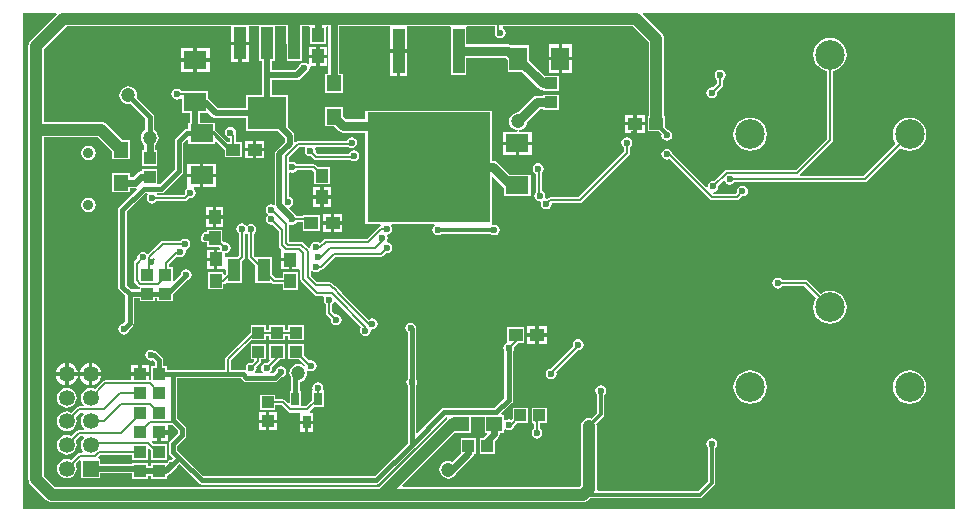
<source format=gbl>
G04 Layer_Physical_Order=2*
G04 Layer_Color=16711680*
%FSLAX43Y43*%
%MOMM*%
G71*
G01*
G75*
%ADD16R,1.000X1.000*%
%ADD17R,1.000X1.000*%
%ADD18R,1.000X1.150*%
%ADD19R,1.150X1.000*%
%ADD40C,0.200*%
%ADD41C,0.400*%
%ADD42C,0.300*%
%ADD43C,0.600*%
%ADD44C,0.800*%
%ADD45C,2.500*%
%ADD46C,0.900*%
%ADD47R,1.350X1.350*%
%ADD48C,1.350*%
%ADD49C,0.600*%
%ADD50C,1.200*%
%ADD51R,1.950X1.500*%
%ADD52R,1.500X1.950*%
%ADD53R,1.350X1.200*%
%ADD54R,1.200X1.350*%
%ADD55R,3.300X2.700*%
%ADD56R,1.000X2.700*%
%ADD57R,10.400X9.300*%
%ADD58R,1.000X3.800*%
%ADD59R,1.100X1.900*%
%ADD60R,0.650X1.100*%
%ADD61C,0.500*%
%ADD62C,1.000*%
G36*
X13493Y7021D02*
Y6779D01*
X12846Y6131D01*
X12768Y6015D01*
X12741Y5877D01*
Y5200D01*
X12768Y5062D01*
X12846Y4946D01*
X13092Y4700D01*
X12941Y4550D01*
X12823Y4526D01*
X12674Y4426D01*
X12623Y4350D01*
X12552Y4252D01*
X11248D01*
Y4010D01*
X10952D01*
Y4252D01*
X9648D01*
Y4210D01*
X6927D01*
Y4627D01*
X6782D01*
X6730Y4754D01*
X6918Y4943D01*
X9648D01*
Y4548D01*
X10952D01*
Y5462D01*
X11070Y5511D01*
X11248Y5333D01*
Y4548D01*
X12552D01*
Y5852D01*
X11456D01*
X11286Y6023D01*
X11338Y6150D01*
X11750D01*
Y6900D01*
X11900D01*
Y7050D01*
X12650D01*
Y7490D01*
X12948D01*
X13012Y7503D01*
X13493Y7021D01*
D02*
G37*
G36*
X79292Y408D02*
X408D01*
Y42392D01*
X3182D01*
X3235Y42265D01*
X1035Y40065D01*
X930Y39929D01*
X864Y39770D01*
X842Y39600D01*
Y32500D01*
Y2900D01*
X864Y2730D01*
X930Y2571D01*
X1035Y2435D01*
X2335Y1135D01*
X2471Y1030D01*
X2630Y964D01*
X2800Y942D01*
X47800D01*
X47970Y964D01*
X48129Y1030D01*
X48265Y1135D01*
X48422Y1292D01*
X57700D01*
X57700Y1292D01*
X57818Y1315D01*
X57918Y1382D01*
X58918Y2382D01*
X58918Y2382D01*
X58985Y2482D01*
X59008Y2600D01*
Y5562D01*
X59026Y5574D01*
X59126Y5723D01*
X59161Y5900D01*
X59126Y6077D01*
X59026Y6226D01*
X58877Y6326D01*
X58700Y6361D01*
X58523Y6326D01*
X58374Y6226D01*
X58274Y6077D01*
X58239Y5900D01*
X58274Y5723D01*
X58374Y5574D01*
X58392Y5562D01*
Y2728D01*
X57572Y1908D01*
X49059D01*
X48950Y2035D01*
X48958Y2100D01*
Y7400D01*
X48936Y7570D01*
X48927Y7591D01*
X49518Y8182D01*
X49518Y8182D01*
X49585Y8282D01*
X49608Y8400D01*
Y10062D01*
X49626Y10074D01*
X49726Y10223D01*
X49761Y10400D01*
X49726Y10577D01*
X49626Y10726D01*
X49477Y10826D01*
X49300Y10861D01*
X49123Y10826D01*
X48974Y10726D01*
X48874Y10577D01*
X48839Y10400D01*
X48874Y10223D01*
X48974Y10074D01*
X48992Y10062D01*
Y8528D01*
X48491Y8027D01*
X48470Y8036D01*
X48300Y8058D01*
X48130Y8036D01*
X47971Y7970D01*
X47835Y7865D01*
X47730Y7729D01*
X47664Y7570D01*
X47642Y7400D01*
Y2373D01*
X47527Y2258D01*
X32555D01*
X32506Y2375D01*
X36978Y6848D01*
X38327D01*
Y8193D01*
X39473D01*
Y6848D01*
X39629D01*
X39678Y6730D01*
X39374Y6426D01*
X39325Y6352D01*
X39048D01*
Y5048D01*
X40352D01*
Y6100D01*
X40626Y6374D01*
X40726Y6523D01*
X40761Y6700D01*
Y6848D01*
X41127D01*
Y7052D01*
X41254Y7120D01*
X41323Y7074D01*
X41500Y7039D01*
X41677Y7074D01*
X41826Y7174D01*
X41926Y7323D01*
X41936Y7372D01*
X42212Y7648D01*
X43152D01*
Y8952D01*
X41848D01*
Y8012D01*
X41728Y7892D01*
X41677Y7926D01*
X41500Y7961D01*
X41323Y7926D01*
X41254Y7880D01*
X41127Y7948D01*
Y8352D01*
X40926D01*
X40878Y8470D01*
X41754Y9346D01*
X41832Y9462D01*
X41859Y9600D01*
Y13723D01*
X41926Y13823D01*
X41961Y14000D01*
X41945Y14081D01*
X42282Y14418D01*
X42302Y14448D01*
X42827D01*
Y15752D01*
X41373D01*
Y14448D01*
X41340Y14429D01*
X41323Y14426D01*
X41174Y14326D01*
X41074Y14177D01*
X41039Y14000D01*
X41074Y13823D01*
X41141Y13723D01*
Y9749D01*
X40304Y8912D01*
X36052D01*
X35915Y8884D01*
X35798Y8806D01*
X33777Y6785D01*
X33659Y6833D01*
Y10823D01*
X33726Y10923D01*
X33761Y11100D01*
X33726Y11277D01*
X33659Y11377D01*
Y15600D01*
X33650Y15645D01*
X33661Y15700D01*
X33626Y15877D01*
X33526Y16026D01*
X33377Y16126D01*
X33200Y16161D01*
X33023Y16126D01*
X32874Y16026D01*
X32774Y15877D01*
X32739Y15700D01*
X32774Y15523D01*
X32874Y15374D01*
X32941Y15329D01*
Y11377D01*
X32874Y11277D01*
X32839Y11100D01*
X32874Y10923D01*
X32941Y10823D01*
Y5949D01*
X30151Y3159D01*
X15649D01*
X13954Y4854D01*
X13459Y5349D01*
Y5729D01*
X14106Y6376D01*
X14184Y6492D01*
X14212Y6630D01*
Y7170D01*
X14184Y7308D01*
X14106Y7424D01*
X13459Y8071D01*
Y11441D01*
X18851D01*
X19046Y11246D01*
X19163Y11168D01*
X19300Y11141D01*
X21700D01*
X21837Y11168D01*
X21954Y11246D01*
X22259Y11550D01*
X22377Y11574D01*
X22526Y11674D01*
X22626Y11823D01*
X22661Y12000D01*
X22626Y12177D01*
X22526Y12326D01*
X22377Y12426D01*
X22200Y12461D01*
X22023Y12426D01*
X21874Y12326D01*
X21774Y12177D01*
X21750Y12059D01*
X21551Y11859D01*
X21383D01*
X21349Y11928D01*
X21334Y11986D01*
X21426Y12123D01*
X21461Y12300D01*
X21445Y12381D01*
X22082Y13018D01*
X22102Y13048D01*
X22552D01*
Y14352D01*
X21248D01*
Y13048D01*
X21248D01*
X21287Y12951D01*
X21081Y12745D01*
X21000Y12761D01*
X20823Y12726D01*
X20674Y12626D01*
X20574Y12477D01*
X20539Y12300D01*
X20574Y12123D01*
X20666Y11986D01*
X20651Y11928D01*
X20617Y11859D01*
X20083D01*
X20049Y11928D01*
X20034Y11986D01*
X20126Y12123D01*
X20161Y12300D01*
X20145Y12381D01*
X20482Y12718D01*
X20538Y12802D01*
X20557Y12900D01*
Y13048D01*
X20952D01*
Y14352D01*
X19648D01*
Y13048D01*
X19904D01*
X19957Y12921D01*
X19781Y12745D01*
X19700Y12761D01*
X19523Y12726D01*
X19374Y12626D01*
X19274Y12477D01*
X19239Y12300D01*
X19258Y12204D01*
X19143Y12128D01*
X19138Y12132D01*
X19000Y12159D01*
X18007D01*
Y12943D01*
X19712Y14648D01*
X20952D01*
Y15043D01*
X21248D01*
Y14648D01*
X22552D01*
Y15043D01*
X22848D01*
Y14648D01*
X24152D01*
Y15952D01*
X22848D01*
Y15557D01*
X22552D01*
Y15952D01*
X21248D01*
Y15557D01*
X20952D01*
Y15952D01*
X19648D01*
Y15312D01*
X17568Y13232D01*
X17512Y13148D01*
X17493Y13050D01*
Y12159D01*
X12552D01*
Y12452D01*
X12259D01*
Y13000D01*
X12232Y13137D01*
X12154Y13254D01*
X11754Y13654D01*
X11637Y13732D01*
X11500Y13759D01*
X11482Y13756D01*
X11377Y13826D01*
X11200Y13861D01*
X11023Y13826D01*
X10874Y13726D01*
X10774Y13577D01*
X10739Y13400D01*
X10774Y13223D01*
X10874Y13074D01*
X11023Y12974D01*
X11200Y12939D01*
X11377Y12974D01*
X11401Y12990D01*
X11541Y12851D01*
Y12452D01*
X11248D01*
Y11392D01*
X11133Y11317D01*
X11050Y11359D01*
Y11650D01*
X10300D01*
X9550D01*
Y11257D01*
X7300D01*
X7202Y11238D01*
X7118Y11182D01*
X6476Y10540D01*
X6316Y10606D01*
X6100Y10635D01*
X5884Y10606D01*
X5683Y10523D01*
X5510Y10390D01*
X5377Y10217D01*
X5294Y10016D01*
X5265Y9800D01*
X5294Y9584D01*
X5377Y9383D01*
X5510Y9210D01*
X5543Y9184D01*
X5500Y9057D01*
X5100D01*
X5002Y9038D01*
X4918Y8982D01*
X4476Y8540D01*
X4316Y8606D01*
X4100Y8635D01*
X3884Y8606D01*
X3683Y8523D01*
X3510Y8390D01*
X3377Y8217D01*
X3294Y8016D01*
X3265Y7800D01*
X3294Y7584D01*
X3377Y7383D01*
X3510Y7210D01*
X3683Y7077D01*
X3884Y6994D01*
X4100Y6965D01*
X4316Y6994D01*
X4517Y7077D01*
X4690Y7210D01*
X4823Y7383D01*
X4906Y7584D01*
X4935Y7800D01*
X4906Y8016D01*
X4840Y8176D01*
X5207Y8543D01*
X5500D01*
X5543Y8416D01*
X5510Y8390D01*
X5377Y8217D01*
X5294Y8016D01*
X5265Y7800D01*
X5294Y7584D01*
X5377Y7383D01*
X5510Y7210D01*
X5543Y7184D01*
X5500Y7057D01*
X5100D01*
X5002Y7038D01*
X4918Y6982D01*
X4476Y6540D01*
X4316Y6606D01*
X4100Y6635D01*
X3884Y6606D01*
X3683Y6523D01*
X3510Y6390D01*
X3377Y6217D01*
X3294Y6016D01*
X3265Y5800D01*
X3294Y5584D01*
X3377Y5383D01*
X3510Y5210D01*
X3683Y5077D01*
X3884Y4994D01*
X4100Y4965D01*
X4316Y4994D01*
X4517Y5077D01*
X4690Y5210D01*
X4823Y5383D01*
X4906Y5584D01*
X4935Y5800D01*
X4906Y6016D01*
X4840Y6176D01*
X5207Y6543D01*
X5500D01*
X5543Y6416D01*
X5510Y6390D01*
X5377Y6217D01*
X5294Y6016D01*
X5265Y5800D01*
X5294Y5584D01*
X5377Y5383D01*
X5474Y5257D01*
X5414Y5130D01*
X5173D01*
X5074Y5110D01*
X4991Y5055D01*
X4476Y4540D01*
X4316Y4606D01*
X4100Y4635D01*
X3884Y4606D01*
X3683Y4523D01*
X3510Y4390D01*
X3377Y4217D01*
X3294Y4016D01*
X3265Y3800D01*
X3294Y3584D01*
X3377Y3383D01*
X3510Y3210D01*
X3683Y3077D01*
X3884Y2994D01*
X4100Y2965D01*
X4316Y2994D01*
X4517Y3077D01*
X4690Y3210D01*
X4823Y3383D01*
X4906Y3584D01*
X4935Y3800D01*
X4906Y4016D01*
X4840Y4176D01*
X5155Y4491D01*
X5273Y4443D01*
Y2973D01*
X6927D01*
Y3390D01*
X9648D01*
Y2948D01*
X10952D01*
Y3190D01*
X11248D01*
Y2948D01*
X12552D01*
Y3200D01*
X12657Y3221D01*
X12790Y3310D01*
X13149Y3668D01*
X13177Y3674D01*
X13326Y3774D01*
X13426Y3923D01*
X13450Y4041D01*
X13600Y4192D01*
X15246Y2546D01*
X15363Y2468D01*
X15500Y2441D01*
X30300D01*
X30438Y2468D01*
X30554Y2546D01*
X33554Y5546D01*
X36173Y8165D01*
X36245Y8155D01*
X36290Y8020D01*
X30527Y2258D01*
X3073D01*
X2158Y3173D01*
Y31842D01*
X6727D01*
X7948Y30622D01*
Y29973D01*
X9452D01*
Y31627D01*
X8803D01*
X7465Y32965D01*
X7329Y33070D01*
X7170Y33136D01*
X7000Y33158D01*
X2158D01*
Y39327D01*
X4073Y41242D01*
X18000D01*
Y39944D01*
X18750D01*
X19500D01*
Y41242D01*
X20398D01*
Y38292D01*
X20640D01*
Y37100D01*
Y35397D01*
X19248D01*
Y34305D01*
X16876D01*
X16077Y35103D01*
Y35722D01*
X14392D01*
X14368Y35738D01*
X14269Y35757D01*
X13772D01*
X13726Y35826D01*
X13577Y35926D01*
X13400Y35961D01*
X13223Y35926D01*
X13074Y35826D01*
X12974Y35677D01*
X12939Y35500D01*
X12974Y35323D01*
X13074Y35174D01*
X13223Y35074D01*
X13400Y35039D01*
X13577Y35074D01*
X13696Y35153D01*
X13800Y35115D01*
X13823Y35097D01*
Y33917D01*
X14540D01*
Y33077D01*
X14373D01*
Y32534D01*
X14275D01*
X14137Y32507D01*
X14021Y32429D01*
X13346Y31754D01*
X13268Y31638D01*
X13241Y31500D01*
Y29149D01*
X11951Y27859D01*
X11752D01*
Y29152D01*
X10448D01*
Y28961D01*
X10400D01*
X10223Y28926D01*
X10074Y28826D01*
X9709Y28461D01*
X9452D01*
Y28827D01*
X7948D01*
Y27173D01*
X9452D01*
Y27539D01*
X9900D01*
X9964Y27551D01*
X10026Y27434D01*
X8546Y25954D01*
X8468Y25837D01*
X8441Y25700D01*
Y19200D01*
X8468Y19062D01*
X8546Y18946D01*
X9041Y18451D01*
Y16249D01*
X8841Y16050D01*
X8723Y16026D01*
X8574Y15926D01*
X8474Y15777D01*
X8439Y15600D01*
X8474Y15423D01*
X8574Y15274D01*
X8723Y15174D01*
X8900Y15139D01*
X9077Y15174D01*
X9226Y15274D01*
X9326Y15423D01*
X9350Y15541D01*
X9654Y15846D01*
X9732Y15962D01*
X9759Y16100D01*
Y18241D01*
X10248D01*
Y17948D01*
X11552D01*
Y18241D01*
X11748D01*
Y17948D01*
X13052D01*
Y18544D01*
X14259Y19750D01*
X14377Y19774D01*
X14526Y19874D01*
X14626Y20023D01*
X14661Y20200D01*
X14626Y20377D01*
X14526Y20526D01*
X14377Y20626D01*
X14200Y20661D01*
X14023Y20626D01*
X13874Y20526D01*
X13774Y20377D01*
X13750Y20259D01*
X13170Y19678D01*
X13052Y19726D01*
Y20852D01*
X12757D01*
Y21093D01*
X13432Y21768D01*
X13530Y21703D01*
X13707Y21668D01*
X13883Y21703D01*
X14033Y21803D01*
X14133Y21953D01*
X14168Y22129D01*
X14150Y22219D01*
X14234Y22365D01*
X14277Y22374D01*
X14426Y22474D01*
X14526Y22623D01*
X14561Y22800D01*
X14526Y22977D01*
X14426Y23126D01*
X14277Y23226D01*
X14100Y23261D01*
X13923Y23226D01*
X13774Y23126D01*
X13728Y23057D01*
X12200D01*
X12102Y23038D01*
X12018Y22982D01*
X10996Y21960D01*
X10870Y21973D01*
X10851Y22001D01*
X10702Y22101D01*
X10525Y22136D01*
X10348Y22101D01*
X10199Y22001D01*
X10099Y21852D01*
X10064Y21675D01*
X10080Y21594D01*
X9818Y21332D01*
X9762Y21248D01*
X9743Y21150D01*
Y19743D01*
X9762Y19645D01*
X9818Y19561D01*
X10113Y19266D01*
X10197Y19210D01*
X10248Y19200D01*
Y18959D01*
X9549D01*
X9159Y19349D01*
Y25551D01*
X10749Y27141D01*
X10917D01*
X10951Y27072D01*
X10966Y27014D01*
X10874Y26877D01*
X10839Y26700D01*
X10874Y26523D01*
X10974Y26374D01*
X11123Y26274D01*
X11300Y26239D01*
X11477Y26274D01*
X11626Y26374D01*
X11672Y26443D01*
X14100D01*
X14198Y26462D01*
X14282Y26518D01*
X14469Y26705D01*
X14550Y26689D01*
X14727Y26724D01*
X14876Y26824D01*
X14976Y26973D01*
X15011Y27150D01*
X14976Y27327D01*
X14876Y27476D01*
X14843Y27498D01*
X14882Y27625D01*
X15350D01*
Y28475D01*
X14275D01*
Y27663D01*
X14275Y27625D01*
X14264Y27503D01*
X14224Y27476D01*
X14124Y27327D01*
X14089Y27150D01*
X14105Y27069D01*
X13993Y26957D01*
X11739D01*
X11694Y27014D01*
X11756Y27141D01*
X12100D01*
X12238Y27168D01*
X12354Y27246D01*
X13854Y28746D01*
X13932Y28862D01*
X13959Y29000D01*
Y31351D01*
X14255Y31647D01*
X14373Y31599D01*
Y31273D01*
X16627D01*
Y31471D01*
X16745Y31519D01*
X17473Y30791D01*
Y30148D01*
X18927D01*
Y31452D01*
X18457D01*
Y32000D01*
X18438Y32098D01*
X18394Y32164D01*
X18411Y32250D01*
X18376Y32427D01*
X18276Y32576D01*
X18127Y32676D01*
X17950Y32711D01*
X17773Y32676D01*
X17624Y32576D01*
X17524Y32427D01*
X17489Y32250D01*
X17524Y32073D01*
X17624Y31924D01*
X17773Y31824D01*
X17943Y31790D01*
Y31452D01*
X17684D01*
X16743Y32393D01*
X16643Y32460D01*
X16627Y32463D01*
Y33077D01*
X15360D01*
Y33917D01*
X16077D01*
X16077Y33917D01*
Y33917D01*
X16172Y33847D01*
X16415Y33604D01*
X16549Y33515D01*
X16706Y33484D01*
X19248D01*
Y32392D01*
X21972D01*
X22540Y31824D01*
Y31430D01*
X21807Y30698D01*
X21719Y30565D01*
X21687Y30408D01*
Y26205D01*
X21598Y26142D01*
X21560Y26129D01*
X21400Y26161D01*
X21223Y26126D01*
X21074Y26026D01*
X20974Y25877D01*
X20939Y25700D01*
X20974Y25523D01*
X21072Y25377D01*
X21089Y25345D01*
Y25255D01*
X21072Y25223D01*
X20974Y25077D01*
X20939Y24900D01*
X20974Y24723D01*
X21074Y24574D01*
X21223Y24474D01*
X21400Y24439D01*
X21481Y24455D01*
X22015Y23921D01*
Y22730D01*
X22035Y22631D01*
X22091Y22548D01*
X22219Y22419D01*
X22265Y22308D01*
X22265D01*
X22265Y22308D01*
Y21633D01*
X23015D01*
Y21483D01*
X23165D01*
Y20658D01*
X23765D01*
X23866Y20597D01*
Y19811D01*
X23886Y19712D01*
X23942Y19629D01*
X25105Y18466D01*
X25188Y18410D01*
X25287Y18390D01*
X25814D01*
X25867Y18291D01*
X25867Y18263D01*
X25834Y18095D01*
X25869Y17919D01*
X25969Y17769D01*
X26038Y17723D01*
Y17005D01*
X26057Y16906D01*
X26113Y16823D01*
X26455Y16481D01*
X26439Y16400D01*
X26474Y16223D01*
X26574Y16074D01*
X26723Y15974D01*
X26900Y15939D01*
X27077Y15974D01*
X27226Y16074D01*
X27326Y16223D01*
X27361Y16400D01*
X27326Y16577D01*
X27226Y16726D01*
X27077Y16826D01*
X26900Y16861D01*
X26819Y16845D01*
X26553Y17111D01*
Y17723D01*
X26621Y17769D01*
X26702Y17889D01*
X26843Y17928D01*
X29017Y15753D01*
X28950Y15652D01*
X28914Y15476D01*
X28950Y15299D01*
X29050Y15150D01*
X29199Y15050D01*
X29376Y15014D01*
X29552Y15050D01*
X29702Y15150D01*
X29802Y15299D01*
X29836Y15472D01*
X29846Y15507D01*
X29923Y15584D01*
X29941Y15580D01*
X30118Y15615D01*
X30268Y15715D01*
X30368Y15865D01*
X30403Y16041D01*
X30368Y16218D01*
X30268Y16368D01*
X30118Y16468D01*
X29941Y16503D01*
X29765Y16468D01*
X29664Y16400D01*
X27488Y18576D01*
X27485Y18588D01*
X27430Y18672D01*
X26872Y19230D01*
X26788Y19285D01*
X26776Y19288D01*
X26582Y19482D01*
X26498Y19538D01*
X26400Y19557D01*
X25307D01*
X24781Y20083D01*
Y20502D01*
X24908Y20551D01*
X25023Y20474D01*
X25200Y20439D01*
X25377Y20474D01*
X25526Y20574D01*
X25572Y20643D01*
X25600D01*
X25698Y20662D01*
X25782Y20718D01*
X26807Y21743D01*
X30700D01*
X30798Y21762D01*
X30882Y21818D01*
X31119Y22055D01*
X31200Y22039D01*
X31377Y22074D01*
X31526Y22174D01*
X31626Y22323D01*
X31661Y22500D01*
X31626Y22677D01*
X31526Y22826D01*
X31377Y22926D01*
X31262Y22949D01*
X31198Y23079D01*
X31198Y23081D01*
X31226Y23123D01*
X31261Y23300D01*
X31226Y23476D01*
X31198Y23519D01*
X31198Y23521D01*
X31262Y23651D01*
X31376Y23674D01*
X31526Y23774D01*
X31626Y23923D01*
X31661Y24100D01*
X31626Y24276D01*
X31567Y24366D01*
X31634Y24493D01*
X35194D01*
X35233Y24366D01*
X35174Y24326D01*
X35074Y24177D01*
X35039Y24000D01*
X35074Y23823D01*
X35174Y23674D01*
X35323Y23574D01*
X35500Y23539D01*
X35677Y23574D01*
X35826Y23674D01*
X35838Y23692D01*
X39962D01*
X39974Y23674D01*
X40123Y23574D01*
X40300Y23539D01*
X40477Y23574D01*
X40626Y23674D01*
X40726Y23823D01*
X40761Y24000D01*
X40726Y24177D01*
X40626Y24326D01*
X40477Y24426D01*
X40300Y24461D01*
X40182Y24438D01*
X40077Y24536D01*
X40077Y24537D01*
Y28460D01*
X40195Y28509D01*
X41123Y27581D01*
Y26868D01*
X43377D01*
Y28672D01*
X41624D01*
X40603Y29693D01*
X40421Y29815D01*
X40205Y29858D01*
X40205Y29858D01*
X40077D01*
Y34097D01*
X29373D01*
Y33363D01*
X27733D01*
X27452Y33644D01*
Y34427D01*
X25948D01*
Y32773D01*
X26731D01*
X27102Y32402D01*
X27102Y32402D01*
X27284Y32280D01*
X27500Y32237D01*
X27500Y32237D01*
X29373D01*
Y24493D01*
X30629D01*
X30705Y24366D01*
X30700Y24357D01*
X30601Y24338D01*
X30518Y24282D01*
X29493Y23257D01*
X26000D01*
X25902Y23238D01*
X25818Y23182D01*
X25493Y22857D01*
X25344Y22957D01*
X25167Y22992D01*
X24990Y22957D01*
X24841Y22857D01*
X24741Y22707D01*
X24707Y22537D01*
X24683Y22520D01*
X24587Y22477D01*
X24134Y22930D01*
X24051Y22985D01*
X23952Y23005D01*
X22930D01*
Y24384D01*
X22959Y24412D01*
X23057Y24467D01*
X23200Y24439D01*
X23377Y24474D01*
X23526Y24574D01*
X23572Y24643D01*
X24073D01*
Y23948D01*
X25527D01*
Y25252D01*
X24073D01*
Y25157D01*
X23580D01*
X23579Y25164D01*
X23490Y25297D01*
X22935Y25851D01*
X22967Y25954D01*
X22986Y25980D01*
X23126Y26074D01*
X23226Y26223D01*
X23261Y26400D01*
X23226Y26577D01*
X23126Y26726D01*
X22977Y26826D01*
X22905Y26840D01*
Y28818D01*
X23004Y28871D01*
X23032Y28872D01*
X23200Y28839D01*
X23376Y28874D01*
X23526Y28974D01*
X23572Y29043D01*
X24893D01*
X25048Y28888D01*
Y27873D01*
X26352D01*
Y29327D01*
X25337D01*
X25182Y29482D01*
X25099Y29538D01*
X25000Y29557D01*
X23572D01*
X23526Y29626D01*
X23376Y29726D01*
X23200Y29761D01*
X23032Y29728D01*
X23004Y29729D01*
X22905Y29782D01*
Y30141D01*
X23759Y30995D01*
X24218D01*
X24271Y30896D01*
X24272Y30868D01*
X24239Y30700D01*
X24274Y30523D01*
X24374Y30374D01*
X24523Y30274D01*
X24700Y30239D01*
X24781Y30255D01*
X25045Y29991D01*
X25129Y29935D01*
X25227Y29915D01*
X25716D01*
X25753Y29922D01*
X26152D01*
X26188Y29915D01*
X28162D01*
X28223Y29874D01*
X28400Y29839D01*
X28577Y29874D01*
X28726Y29974D01*
X28826Y30123D01*
X28861Y30300D01*
X28826Y30477D01*
X28726Y30626D01*
X28577Y30726D01*
X28400Y30761D01*
X28223Y30726D01*
X28074Y30626D01*
X27974Y30477D01*
X27965Y30430D01*
X26217D01*
X26181Y30437D01*
X25724D01*
X25687Y30430D01*
X25334D01*
X25145Y30619D01*
X25161Y30700D01*
X25128Y30868D01*
X25129Y30896D01*
X25182Y30995D01*
X27992D01*
X28023Y30974D01*
X28200Y30939D01*
X28376Y30974D01*
X28526Y31074D01*
X28626Y31223D01*
X28661Y31400D01*
X28626Y31576D01*
X28526Y31726D01*
X28376Y31826D01*
X28200Y31861D01*
X28023Y31826D01*
X27874Y31726D01*
X27774Y31576D01*
X27761Y31510D01*
X23652D01*
X23554Y31490D01*
X23487Y31446D01*
X23360Y31481D01*
Y31994D01*
X23329Y32151D01*
X23240Y32285D01*
X22852Y32672D01*
Y35397D01*
X21460D01*
Y36690D01*
X23600D01*
X23757Y36721D01*
X23890Y36810D01*
X24348Y37268D01*
X24377Y37274D01*
X24526Y37374D01*
X24626Y37523D01*
X24661Y37700D01*
X24647Y37771D01*
X24728Y37869D01*
X25200D01*
Y38544D01*
X24600D01*
Y38127D01*
X24473Y38062D01*
X24377Y38126D01*
X24200Y38161D01*
X24023Y38126D01*
X23874Y38026D01*
X23774Y37877D01*
X23768Y37848D01*
X23430Y37510D01*
X21460D01*
Y38292D01*
X21702D01*
Y41242D01*
X22692D01*
Y39794D01*
X22698Y39752D01*
Y38292D01*
X24002D01*
Y39752D01*
X24008Y39794D01*
Y41242D01*
X24579D01*
X24698Y41222D01*
Y39767D01*
X26002D01*
Y41197D01*
X26122Y41240D01*
X26239Y41230D01*
Y37227D01*
X25948D01*
Y35573D01*
X27452D01*
Y37227D01*
X27161D01*
Y41242D01*
X31435D01*
Y39295D01*
X32185D01*
X32935D01*
Y41242D01*
X36504D01*
X36613Y41197D01*
X36613Y41115D01*
Y37093D01*
X37917D01*
Y38582D01*
X41222D01*
X41423Y38381D01*
Y37373D01*
X42656D01*
X44027Y36002D01*
X44027Y36002D01*
X44209Y35880D01*
X44425Y35837D01*
X44448D01*
Y35748D01*
X45752D01*
Y37052D01*
X44569D01*
X43227Y38394D01*
Y39627D01*
X41727D01*
X41671Y39665D01*
X41455Y39708D01*
X41455Y39708D01*
X37917D01*
Y41115D01*
X37917Y41197D01*
X38026Y41242D01*
X40343D01*
Y40900D01*
X40361Y40810D01*
X40339Y40700D01*
X40374Y40523D01*
X40474Y40374D01*
X40623Y40274D01*
X40800Y40239D01*
X40977Y40274D01*
X41126Y40374D01*
X41226Y40523D01*
X41261Y40700D01*
X41226Y40877D01*
X41126Y41026D01*
X40993Y41115D01*
X40994Y41181D01*
X41014Y41242D01*
X52027D01*
X53342Y39927D01*
Y33652D01*
X53273D01*
Y32348D01*
X53957D01*
X54000Y32342D01*
X54043Y32348D01*
X54216D01*
X54460Y32104D01*
X54439Y32000D01*
X54474Y31823D01*
X54574Y31674D01*
X54723Y31574D01*
X54900Y31539D01*
X55077Y31574D01*
X55226Y31674D01*
X55326Y31823D01*
X55361Y32000D01*
X55326Y32177D01*
X55226Y32326D01*
X55077Y32426D01*
X54993Y32443D01*
X54727Y32709D01*
Y33652D01*
X54658D01*
Y40200D01*
X54636Y40370D01*
X54570Y40529D01*
X54465Y40665D01*
X52865Y42265D01*
X52918Y42392D01*
X79292D01*
Y408D01*
D02*
G37*
%LPC*%
G36*
X12650Y6750D02*
X12050D01*
Y6150D01*
X12650D01*
Y6750D01*
D02*
G37*
G36*
X43750Y15850D02*
X43075D01*
Y15250D01*
X43750D01*
Y15850D01*
D02*
G37*
G36*
X44725Y14950D02*
X44050D01*
Y14350D01*
X44725D01*
Y14950D01*
D02*
G37*
G36*
X64300Y19961D02*
X64123Y19926D01*
X63974Y19826D01*
X63874Y19677D01*
X63839Y19500D01*
X63874Y19323D01*
X63974Y19174D01*
X64123Y19074D01*
X64300Y19039D01*
X64477Y19074D01*
X64626Y19174D01*
X64672Y19243D01*
X66543D01*
X67542Y18244D01*
X67475Y18157D01*
X67334Y17816D01*
X67285Y17450D01*
X67334Y17084D01*
X67475Y16743D01*
X67700Y16450D01*
X67993Y16225D01*
X68334Y16084D01*
X68700Y16035D01*
X69066Y16084D01*
X69407Y16225D01*
X69700Y16450D01*
X69925Y16743D01*
X70066Y17084D01*
X70115Y17450D01*
X70066Y17816D01*
X69925Y18157D01*
X69700Y18450D01*
X69407Y18675D01*
X69066Y18816D01*
X68700Y18865D01*
X68334Y18816D01*
X67993Y18675D01*
X67906Y18608D01*
X66832Y19682D01*
X66748Y19738D01*
X66650Y19757D01*
X64672D01*
X64626Y19826D01*
X64477Y19926D01*
X64300Y19961D01*
D02*
G37*
G36*
X44725Y15850D02*
X44050D01*
Y15250D01*
X44725D01*
Y15850D01*
D02*
G37*
G36*
X43750Y14950D02*
X43075D01*
Y14350D01*
X43750D01*
Y14950D01*
D02*
G37*
G36*
X10150Y12550D02*
X9550D01*
Y11950D01*
X10150D01*
Y12550D01*
D02*
G37*
G36*
X6250Y12713D02*
Y11950D01*
X7013D01*
X7001Y12041D01*
X6908Y12266D01*
X6760Y12460D01*
X6566Y12608D01*
X6341Y12701D01*
X6250Y12713D01*
D02*
G37*
G36*
X24152Y14352D02*
X22848D01*
Y13048D01*
X23788D01*
X24248Y12588D01*
X24164Y12492D01*
X24079Y12557D01*
X23896Y12633D01*
X23700Y12659D01*
X23504Y12633D01*
X23321Y12557D01*
X23163Y12437D01*
X23043Y12279D01*
X22967Y12096D01*
X22941Y11900D01*
X22967Y11704D01*
X23043Y11521D01*
X23091Y11458D01*
Y10402D01*
X22973D01*
Y9357D01*
X22855Y9309D01*
X22582Y9582D01*
X22498Y9638D01*
X22400Y9657D01*
X21752D01*
Y10052D01*
X20448D01*
Y8748D01*
X21752D01*
Y9143D01*
X22293D01*
X22818Y8618D01*
X22902Y8562D01*
X23000Y8543D01*
X23716D01*
X23825Y8500D01*
X23825Y8416D01*
Y7850D01*
X24400D01*
X24975D01*
Y8500D01*
X24684D01*
X24645Y8589D01*
X24641Y8627D01*
X25012Y8998D01*
X25827D01*
Y10402D01*
X25827D01*
X25787Y10529D01*
X25811Y10650D01*
X25776Y10827D01*
X25676Y10976D01*
X25527Y11076D01*
X25350Y11111D01*
X25173Y11076D01*
X25024Y10976D01*
X24924Y10827D01*
X24889Y10650D01*
X24913Y10529D01*
X24873Y10402D01*
X24873D01*
Y9587D01*
X24343Y9057D01*
X23927D01*
Y10402D01*
X23809D01*
Y11156D01*
X23896Y11167D01*
X24079Y11243D01*
X24237Y11363D01*
X24357Y11521D01*
X24433Y11704D01*
X24459Y11900D01*
X24440Y12044D01*
X24555Y12119D01*
X24623Y12074D01*
X24800Y12039D01*
X24977Y12074D01*
X25126Y12174D01*
X25226Y12323D01*
X25261Y12500D01*
X25226Y12677D01*
X25126Y12826D01*
X24977Y12926D01*
X24800Y12961D01*
X24635Y12929D01*
X24152Y13412D01*
Y14352D01*
D02*
G37*
G36*
X11050Y12550D02*
X10450D01*
Y11950D01*
X11050D01*
Y12550D01*
D02*
G37*
G36*
X22865Y21333D02*
X22265D01*
Y20658D01*
X22865D01*
Y21333D01*
D02*
G37*
G36*
X17350Y24950D02*
X16750D01*
Y24275D01*
X17350D01*
Y24950D01*
D02*
G37*
G36*
X16450D02*
X15850D01*
Y24275D01*
X16450D01*
Y24950D01*
D02*
G37*
G36*
X26450Y25350D02*
X25775D01*
Y24750D01*
X26450D01*
Y25350D01*
D02*
G37*
G36*
X16450Y25925D02*
X15850D01*
Y25250D01*
X16450D01*
Y25925D01*
D02*
G37*
G36*
X27425Y25350D02*
X26750D01*
Y24750D01*
X27425D01*
Y25350D01*
D02*
G37*
G36*
X16550Y22325D02*
X15950D01*
Y21650D01*
X16550D01*
Y22325D01*
D02*
G37*
G36*
Y21350D02*
X15950D01*
Y20675D01*
X16550D01*
Y21350D01*
D02*
G37*
G36*
X18900Y24561D02*
X18723Y24526D01*
X18574Y24426D01*
X18474Y24277D01*
X18439Y24100D01*
X18474Y23923D01*
X18574Y23774D01*
X18643Y23728D01*
Y21807D01*
X18538Y21702D01*
X17577D01*
X17548Y21702D01*
X17450Y21773D01*
Y21998D01*
X17500Y22039D01*
X17676Y22074D01*
X17826Y22174D01*
X17926Y22323D01*
X17961Y22500D01*
X17926Y22676D01*
X17826Y22826D01*
X17676Y22926D01*
X17500Y22961D01*
X17419Y22945D01*
X17252Y23111D01*
Y24027D01*
X15948D01*
Y23880D01*
X15925Y23861D01*
X15748Y23826D01*
X15599Y23726D01*
X15499Y23577D01*
X15473Y23444D01*
X15468Y23438D01*
X15441Y23300D01*
X15468Y23163D01*
X15546Y23046D01*
X15663Y22968D01*
X15800Y22941D01*
X15915D01*
X15925Y22939D01*
X15948Y22815D01*
Y22573D01*
X16979D01*
X17039Y22500D01*
X17054Y22423D01*
X16973Y22325D01*
X16850D01*
Y21500D01*
Y20675D01*
X17421D01*
X17450Y20675D01*
X17548Y20604D01*
Y20272D01*
X17470Y20208D01*
X17352Y20259D01*
Y20427D01*
X16048D01*
Y18973D01*
X17352D01*
Y19443D01*
X17448Y19462D01*
X17548Y19498D01*
X17548Y19498D01*
Y19498D01*
X17548Y19498D01*
X18952D01*
Y21388D01*
X19082Y21518D01*
X19138Y21602D01*
X19157Y21700D01*
Y23612D01*
X19284Y23728D01*
X19328Y23724D01*
X19342Y23718D01*
X19401Y23678D01*
Y21691D01*
X19421Y21593D01*
X19477Y21509D01*
X20048Y20938D01*
Y19498D01*
X21452D01*
Y19498D01*
X21552Y19462D01*
X21650Y19443D01*
X22362D01*
Y18956D01*
X23667D01*
Y20411D01*
X22362D01*
Y19957D01*
X21757D01*
X21452Y20262D01*
Y21702D01*
X20048D01*
X20048Y21702D01*
Y21702D01*
X19949Y21765D01*
X19916Y21798D01*
Y23678D01*
X19985Y23724D01*
X20085Y23874D01*
X20120Y24050D01*
X20085Y24227D01*
X19985Y24376D01*
X19835Y24476D01*
X19659Y24511D01*
X19482Y24476D01*
X19332Y24376D01*
X19217Y24432D01*
X19077Y24526D01*
X18900Y24561D01*
D02*
G37*
G36*
X27425Y24450D02*
X26750D01*
Y23850D01*
X27425D01*
Y24450D01*
D02*
G37*
G36*
X26450D02*
X25775D01*
Y23850D01*
X26450D01*
Y24450D01*
D02*
G37*
G36*
X21850Y7650D02*
X21250D01*
Y7050D01*
X21850D01*
Y7650D01*
D02*
G37*
G36*
X20950D02*
X20350D01*
Y7050D01*
X20950D01*
Y7650D01*
D02*
G37*
G36*
Y8550D02*
X20350D01*
Y7950D01*
X20950D01*
Y8550D01*
D02*
G37*
G36*
X4100Y10635D02*
X3884Y10606D01*
X3683Y10523D01*
X3510Y10390D01*
X3377Y10217D01*
X3294Y10016D01*
X3265Y9800D01*
X3294Y9584D01*
X3377Y9383D01*
X3510Y9210D01*
X3683Y9077D01*
X3884Y8994D01*
X4100Y8965D01*
X4316Y8994D01*
X4517Y9077D01*
X4690Y9210D01*
X4823Y9383D01*
X4906Y9584D01*
X4935Y9800D01*
X4906Y10016D01*
X4823Y10217D01*
X4690Y10390D01*
X4517Y10523D01*
X4316Y10606D01*
X4100Y10635D01*
D02*
G37*
G36*
X21850Y8550D02*
X21250D01*
Y7950D01*
X21850D01*
Y8550D01*
D02*
G37*
G36*
X38752Y6352D02*
X37448D01*
Y5100D01*
X36727Y4379D01*
X36596Y4433D01*
X36400Y4459D01*
X36204Y4433D01*
X36020Y4357D01*
X35863Y4237D01*
X35743Y4079D01*
X35667Y3896D01*
X35641Y3700D01*
X35667Y3504D01*
X35743Y3321D01*
X35863Y3163D01*
X36020Y3043D01*
X36204Y2967D01*
X36400Y2941D01*
X36596Y2967D01*
X36779Y3043D01*
X36937Y3163D01*
X37057Y3321D01*
X37117Y3464D01*
X38426Y4774D01*
X38526Y4923D01*
X38551Y5048D01*
X38752D01*
Y6352D01*
D02*
G37*
G36*
X44752Y8952D02*
X43448D01*
Y7925D01*
X43443Y7900D01*
X43448Y7875D01*
Y7648D01*
X43588D01*
X43643Y7593D01*
Y7172D01*
X43574Y7126D01*
X43474Y6977D01*
X43439Y6800D01*
X43474Y6623D01*
X43574Y6474D01*
X43723Y6374D01*
X43900Y6339D01*
X44077Y6374D01*
X44226Y6474D01*
X44326Y6623D01*
X44361Y6800D01*
X44326Y6977D01*
X44226Y7126D01*
X44157Y7172D01*
Y7648D01*
X44752D01*
Y8952D01*
D02*
G37*
G36*
X24975Y7550D02*
X24550D01*
Y6900D01*
X24975D01*
Y7550D01*
D02*
G37*
G36*
X24250D02*
X23825D01*
Y6900D01*
X24250D01*
Y7550D01*
D02*
G37*
G36*
X47400Y14761D02*
X47223Y14726D01*
X47074Y14626D01*
X46974Y14477D01*
X46939Y14300D01*
X46971Y14135D01*
X45097Y12261D01*
X44923Y12226D01*
X44774Y12126D01*
X44674Y11977D01*
X44639Y11800D01*
X44674Y11623D01*
X44774Y11474D01*
X44923Y11374D01*
X45100Y11339D01*
X45277Y11374D01*
X45426Y11474D01*
X45526Y11623D01*
X45561Y11800D01*
X45529Y11965D01*
X47403Y13839D01*
X47577Y13874D01*
X47726Y13974D01*
X47826Y14123D01*
X47861Y14300D01*
X47826Y14477D01*
X47726Y14626D01*
X47577Y14726D01*
X47400Y14761D01*
D02*
G37*
G36*
X7013Y11650D02*
X6250D01*
Y10887D01*
X6341Y10899D01*
X6566Y10992D01*
X6760Y11140D01*
X6908Y11334D01*
X7001Y11559D01*
X7013Y11650D01*
D02*
G37*
G36*
X3950Y12713D02*
X3859Y12701D01*
X3634Y12608D01*
X3440Y12460D01*
X3292Y12266D01*
X3199Y12041D01*
X3187Y11950D01*
X3950D01*
Y12713D01*
D02*
G37*
G36*
X4250D02*
Y11950D01*
X5013D01*
X5001Y12041D01*
X4908Y12266D01*
X4760Y12460D01*
X4566Y12608D01*
X4341Y12701D01*
X4250Y12713D01*
D02*
G37*
G36*
X5950D02*
X5859Y12701D01*
X5634Y12608D01*
X5440Y12460D01*
X5292Y12266D01*
X5199Y12041D01*
X5187Y11950D01*
X5950D01*
Y12713D01*
D02*
G37*
G36*
X75450Y12115D02*
X75084Y12066D01*
X74743Y11925D01*
X74450Y11700D01*
X74225Y11407D01*
X74084Y11066D01*
X74035Y10700D01*
X74084Y10334D01*
X74225Y9993D01*
X74450Y9700D01*
X74743Y9475D01*
X75084Y9334D01*
X75450Y9285D01*
X75816Y9334D01*
X76157Y9475D01*
X76450Y9700D01*
X76675Y9993D01*
X76816Y10334D01*
X76865Y10700D01*
X76816Y11066D01*
X76675Y11407D01*
X76450Y11700D01*
X76157Y11925D01*
X75816Y12066D01*
X75450Y12115D01*
D02*
G37*
G36*
X61950D02*
X61584Y12066D01*
X61243Y11925D01*
X60950Y11700D01*
X60725Y11407D01*
X60584Y11066D01*
X60535Y10700D01*
X60584Y10334D01*
X60725Y9993D01*
X60950Y9700D01*
X61243Y9475D01*
X61584Y9334D01*
X61950Y9285D01*
X62316Y9334D01*
X62657Y9475D01*
X62950Y9700D01*
X63175Y9993D01*
X63316Y10334D01*
X63364Y10700D01*
X63316Y11066D01*
X63175Y11407D01*
X62950Y11700D01*
X62657Y11925D01*
X62316Y12066D01*
X61950Y12115D01*
D02*
G37*
G36*
X3950Y11650D02*
X3187D01*
X3199Y11559D01*
X3292Y11334D01*
X3440Y11140D01*
X3634Y10992D01*
X3859Y10899D01*
X3950Y10887D01*
Y11650D01*
D02*
G37*
G36*
X5013D02*
X4250D01*
Y10887D01*
X4341Y10899D01*
X4566Y10992D01*
X4760Y11140D01*
X4908Y11334D01*
X5001Y11559D01*
X5013Y11650D01*
D02*
G37*
G36*
X5950D02*
X5187D01*
X5199Y11559D01*
X5292Y11334D01*
X5440Y11140D01*
X5634Y10992D01*
X5859Y10899D01*
X5950Y10887D01*
Y11650D01*
D02*
G37*
G36*
X32935Y38995D02*
X32335D01*
Y36995D01*
X32935D01*
Y38995D01*
D02*
G37*
G36*
X32035D02*
X31435D01*
Y36995D01*
X32035D01*
Y38995D01*
D02*
G37*
G36*
X45725Y38350D02*
X44875D01*
Y37275D01*
X45725D01*
Y38350D01*
D02*
G37*
G36*
X14800Y38219D02*
X13725D01*
Y37369D01*
X14800D01*
Y38219D01*
D02*
G37*
G36*
X46875Y38350D02*
X46025D01*
Y37275D01*
X46875D01*
Y38350D01*
D02*
G37*
G36*
X52050Y33750D02*
X51375D01*
Y33150D01*
X52050D01*
Y33750D01*
D02*
G37*
G36*
X53025Y32850D02*
X52350D01*
Y32250D01*
X53025D01*
Y32850D01*
D02*
G37*
G36*
Y33750D02*
X52350D01*
Y33150D01*
X53025D01*
Y33750D01*
D02*
G37*
G36*
X59400Y37561D02*
X59223Y37526D01*
X59074Y37426D01*
X58974Y37277D01*
X58939Y37100D01*
X58974Y36923D01*
X59074Y36774D01*
X59143Y36728D01*
Y36407D01*
X58781Y36045D01*
X58700Y36061D01*
X58523Y36026D01*
X58374Y35926D01*
X58274Y35777D01*
X58239Y35600D01*
X58274Y35423D01*
X58374Y35274D01*
X58523Y35174D01*
X58700Y35139D01*
X58877Y35174D01*
X59026Y35274D01*
X59126Y35423D01*
X59161Y35600D01*
X59145Y35681D01*
X59582Y36118D01*
X59638Y36202D01*
X59657Y36300D01*
Y36728D01*
X59726Y36774D01*
X59826Y36923D01*
X59861Y37100D01*
X59826Y37277D01*
X59726Y37426D01*
X59577Y37526D01*
X59400Y37561D01*
D02*
G37*
G36*
X45752Y35452D02*
X44448D01*
Y35363D01*
X43900D01*
X43900Y35363D01*
X43684Y35320D01*
X43502Y35198D01*
X43502Y35198D01*
X42257Y33953D01*
X42104Y33933D01*
X41921Y33857D01*
X41763Y33737D01*
X41643Y33579D01*
X41567Y33396D01*
X41541Y33200D01*
X41567Y33004D01*
X41643Y32821D01*
X41763Y32663D01*
X41921Y32543D01*
X42104Y32467D01*
X42222Y32451D01*
X42255Y32447D01*
X42247Y32320D01*
X41025D01*
Y31470D01*
X42250D01*
X43475D01*
Y32320D01*
X42353D01*
X42345Y32447D01*
X42378Y32451D01*
X42496Y32467D01*
X42679Y32543D01*
X42837Y32663D01*
X42957Y32821D01*
X43033Y33004D01*
X43053Y33157D01*
X44133Y34237D01*
X44448D01*
Y34148D01*
X45752D01*
Y35452D01*
D02*
G37*
G36*
X45725Y39725D02*
X44875D01*
Y38650D01*
X45725D01*
Y39725D01*
D02*
G37*
G36*
X16175Y39369D02*
X15100D01*
Y38519D01*
X16175D01*
Y39369D01*
D02*
G37*
G36*
X46875Y39725D02*
X46025D01*
Y38650D01*
X46875D01*
Y39725D01*
D02*
G37*
G36*
X26100Y39519D02*
X25500D01*
Y38844D01*
X26100D01*
Y39519D01*
D02*
G37*
G36*
X25200D02*
X24600D01*
Y38844D01*
X25200D01*
Y39519D01*
D02*
G37*
G36*
X26100Y38544D02*
X25500D01*
Y37869D01*
X26100D01*
Y38544D01*
D02*
G37*
G36*
X16175Y38219D02*
X15100D01*
Y37369D01*
X16175D01*
Y38219D01*
D02*
G37*
G36*
X18600Y39644D02*
X18000D01*
Y38194D01*
X18600D01*
Y39644D01*
D02*
G37*
G36*
X14800Y39369D02*
X13725D01*
Y38519D01*
X14800D01*
Y39369D01*
D02*
G37*
G36*
X19500Y39644D02*
X18900D01*
Y38194D01*
X19500D01*
Y39644D01*
D02*
G37*
G36*
X52050Y32850D02*
X51375D01*
Y32250D01*
X52050D01*
Y32850D01*
D02*
G37*
G36*
X26450Y27625D02*
X25850D01*
Y26950D01*
X26450D01*
Y27625D01*
D02*
G37*
G36*
X25550D02*
X24950D01*
Y26950D01*
X25550D01*
Y27625D01*
D02*
G37*
G36*
X16725Y28475D02*
X15650D01*
Y27625D01*
X16725D01*
Y28475D01*
D02*
G37*
G36*
Y29625D02*
X15650D01*
Y28775D01*
X16725D01*
Y29625D01*
D02*
G37*
G36*
X15350D02*
X14275D01*
Y28775D01*
X15350D01*
Y29625D01*
D02*
G37*
G36*
X5925Y26714D02*
X5690Y26667D01*
X5491Y26534D01*
X5358Y26335D01*
X5311Y26100D01*
X5358Y25865D01*
X5491Y25666D01*
X5690Y25533D01*
X5925Y25486D01*
X6160Y25533D01*
X6359Y25666D01*
X6492Y25865D01*
X6539Y26100D01*
X6492Y26335D01*
X6359Y26534D01*
X6160Y26667D01*
X5925Y26714D01*
D02*
G37*
G36*
X17350Y25925D02*
X16750D01*
Y25250D01*
X17350D01*
Y25925D01*
D02*
G37*
G36*
X25550Y26650D02*
X24950D01*
Y25975D01*
X25550D01*
Y26650D01*
D02*
G37*
G36*
X51500Y31861D02*
X51323Y31826D01*
X51174Y31726D01*
X51074Y31577D01*
X51039Y31400D01*
X51074Y31223D01*
X51174Y31074D01*
X51243Y31028D01*
Y30607D01*
X47393Y26757D01*
X45000D01*
X44902Y26738D01*
X44818Y26682D01*
X44781Y26645D01*
X44700Y26661D01*
X44661Y26653D01*
X44643Y26664D01*
X44563Y26764D01*
X44589Y26891D01*
X44554Y27068D01*
X44454Y27218D01*
X44366Y27276D01*
Y28933D01*
X44426Y29023D01*
X44461Y29200D01*
X44426Y29377D01*
X44326Y29526D01*
X44177Y29626D01*
X44000Y29661D01*
X43823Y29626D01*
X43674Y29526D01*
X43574Y29377D01*
X43539Y29200D01*
X43574Y29023D01*
X43674Y28874D01*
X43823Y28774D01*
X43851Y28768D01*
Y27251D01*
X43801Y27218D01*
X43701Y27068D01*
X43666Y26891D01*
X43701Y26715D01*
X43801Y26565D01*
X43951Y26465D01*
X44127Y26430D01*
X44166Y26438D01*
X44185Y26428D01*
X44264Y26328D01*
X44239Y26200D01*
X44274Y26023D01*
X44374Y25874D01*
X44523Y25774D01*
X44700Y25739D01*
X44876Y25774D01*
X45026Y25874D01*
X45126Y26023D01*
X45161Y26200D01*
X45196Y26243D01*
X47500D01*
X47598Y26262D01*
X47682Y26318D01*
X51682Y30318D01*
X51738Y30402D01*
X51757Y30500D01*
Y31028D01*
X51826Y31074D01*
X51926Y31223D01*
X51961Y31400D01*
X51926Y31577D01*
X51826Y31726D01*
X51677Y31826D01*
X51500Y31861D01*
D02*
G37*
G36*
X26450Y26650D02*
X25850D01*
Y25975D01*
X26450D01*
Y26650D01*
D02*
G37*
G36*
X61950Y33514D02*
X61584Y33466D01*
X61243Y33325D01*
X60950Y33100D01*
X60725Y32807D01*
X60584Y32466D01*
X60535Y32100D01*
X60584Y31734D01*
X60725Y31393D01*
X60950Y31100D01*
X61243Y30875D01*
X61584Y30734D01*
X61950Y30685D01*
X62316Y30734D01*
X62657Y30875D01*
X62950Y31100D01*
X63175Y31393D01*
X63316Y31734D01*
X63364Y32100D01*
X63316Y32466D01*
X63175Y32807D01*
X62950Y33100D01*
X62657Y33325D01*
X62316Y33466D01*
X61950Y33514D01*
D02*
G37*
G36*
X43475Y31170D02*
X42400D01*
Y30320D01*
X43475D01*
Y31170D01*
D02*
G37*
G36*
X68700Y40264D02*
X68334Y40216D01*
X67993Y40075D01*
X67700Y39850D01*
X67475Y39557D01*
X67334Y39216D01*
X67285Y38850D01*
X67334Y38484D01*
X67475Y38143D01*
X67700Y37850D01*
X67993Y37625D01*
X68334Y37484D01*
X68443Y37469D01*
Y31707D01*
X65846Y29110D01*
X59971D01*
X59873Y29090D01*
X59789Y29034D01*
X58881Y28126D01*
X58800Y28142D01*
X58623Y28107D01*
X58474Y28007D01*
X58374Y27858D01*
X58343Y27701D01*
X58280Y27665D01*
X58216Y27648D01*
X55336Y30528D01*
X55326Y30577D01*
X55226Y30726D01*
X55077Y30826D01*
X54900Y30861D01*
X54723Y30826D01*
X54574Y30726D01*
X54474Y30577D01*
X54439Y30400D01*
X54474Y30223D01*
X54574Y30074D01*
X54723Y29974D01*
X54900Y29939D01*
X55077Y29974D01*
X55128Y30008D01*
X58518Y26618D01*
X58602Y26562D01*
X58700Y26543D01*
X60800D01*
X60898Y26562D01*
X60982Y26618D01*
X61219Y26855D01*
X61300Y26839D01*
X61477Y26874D01*
X61626Y26974D01*
X61726Y27123D01*
X61761Y27300D01*
X61726Y27477D01*
X61626Y27626D01*
X61477Y27726D01*
X61300Y27761D01*
X61123Y27726D01*
X60974Y27626D01*
X60874Y27477D01*
X60839Y27300D01*
X60855Y27219D01*
X60693Y27057D01*
X58884D01*
X58844Y27099D01*
X58864Y27196D01*
X58899Y27240D01*
X58977Y27255D01*
X59126Y27355D01*
X59226Y27505D01*
X59261Y27681D01*
X59245Y27762D01*
X59651Y28168D01*
X59758Y28135D01*
X59779Y28116D01*
X59874Y27974D01*
X60023Y27874D01*
X60200Y27839D01*
X60377Y27874D01*
X60526Y27974D01*
X60572Y28043D01*
X71650D01*
X71748Y28062D01*
X71832Y28118D01*
X74656Y30942D01*
X74743Y30875D01*
X75084Y30734D01*
X75450Y30685D01*
X75816Y30734D01*
X76157Y30875D01*
X76450Y31100D01*
X76675Y31393D01*
X76816Y31734D01*
X76865Y32100D01*
X76816Y32466D01*
X76675Y32807D01*
X76450Y33100D01*
X76157Y33325D01*
X75816Y33466D01*
X75450Y33514D01*
X75084Y33466D01*
X74743Y33325D01*
X74450Y33100D01*
X74225Y32807D01*
X74084Y32466D01*
X74035Y32100D01*
X74084Y31734D01*
X74225Y31393D01*
X74292Y31306D01*
X71543Y28557D01*
X66194D01*
X66157Y28627D01*
X66148Y28684D01*
X68882Y31418D01*
X68938Y31502D01*
X68957Y31600D01*
Y37469D01*
X69066Y37484D01*
X69407Y37625D01*
X69700Y37850D01*
X69925Y38143D01*
X70066Y38484D01*
X70115Y38850D01*
X70066Y39216D01*
X69925Y39557D01*
X69700Y39850D01*
X69407Y40075D01*
X69066Y40216D01*
X68700Y40264D01*
D02*
G37*
G36*
X20825Y31550D02*
X20150D01*
Y30950D01*
X20825D01*
Y31550D01*
D02*
G37*
G36*
X19850D02*
X19175D01*
Y30950D01*
X19850D01*
Y31550D01*
D02*
G37*
G36*
X5925Y31114D02*
X5690Y31067D01*
X5491Y30934D01*
X5358Y30735D01*
X5311Y30500D01*
X5358Y30265D01*
X5491Y30066D01*
X5690Y29933D01*
X5925Y29886D01*
X6160Y29933D01*
X6359Y30066D01*
X6492Y30265D01*
X6539Y30500D01*
X6492Y30735D01*
X6359Y30934D01*
X6160Y31067D01*
X5925Y31114D01*
D02*
G37*
G36*
X9300Y36159D02*
X9104Y36133D01*
X8921Y36057D01*
X8763Y35937D01*
X8643Y35779D01*
X8567Y35596D01*
X8541Y35400D01*
X8567Y35204D01*
X8643Y35020D01*
X8763Y34863D01*
X8921Y34743D01*
X9104Y34667D01*
X9300Y34641D01*
X9496Y34667D01*
X9517Y34675D01*
X10741Y33451D01*
Y32466D01*
X10721Y32457D01*
X10563Y32337D01*
X10443Y32179D01*
X10367Y31996D01*
X10341Y31800D01*
X10367Y31604D01*
X10443Y31421D01*
X10563Y31263D01*
X10639Y31206D01*
Y30752D01*
X10448D01*
Y29448D01*
X11752D01*
Y30752D01*
X11561D01*
Y31206D01*
X11637Y31263D01*
X11757Y31421D01*
X11833Y31604D01*
X11859Y31800D01*
X11833Y31996D01*
X11757Y32179D01*
X11637Y32337D01*
X11479Y32457D01*
X11459Y32466D01*
Y33600D01*
X11432Y33737D01*
X11354Y33854D01*
X10025Y35183D01*
X10033Y35204D01*
X10059Y35400D01*
X10033Y35596D01*
X9957Y35779D01*
X9837Y35937D01*
X9679Y36057D01*
X9496Y36133D01*
X9300Y36159D01*
D02*
G37*
G36*
X19850Y30650D02*
X19175D01*
Y30050D01*
X19850D01*
Y30650D01*
D02*
G37*
G36*
X42100Y31170D02*
X41025D01*
Y30320D01*
X42100D01*
Y31170D01*
D02*
G37*
G36*
X20825Y30650D02*
X20150D01*
Y30050D01*
X20825D01*
Y30650D01*
D02*
G37*
%LPD*%
D16*
X42500Y8300D02*
D03*
X44100D02*
D03*
X39700Y5700D02*
D03*
X38100D02*
D03*
D17*
X12400Y18600D02*
D03*
Y20200D02*
D03*
X10900Y18600D02*
D03*
Y20200D02*
D03*
X11900Y10200D02*
D03*
Y11800D02*
D03*
Y6900D02*
D03*
Y8500D02*
D03*
Y3600D02*
D03*
Y5200D02*
D03*
X10300Y3600D02*
D03*
Y5200D02*
D03*
Y8500D02*
D03*
Y6900D02*
D03*
Y10200D02*
D03*
Y11800D02*
D03*
X21100Y7800D02*
D03*
Y9400D02*
D03*
X23500Y15300D02*
D03*
Y13700D02*
D03*
X21900Y15300D02*
D03*
Y13700D02*
D03*
X20300Y15300D02*
D03*
Y13700D02*
D03*
X11100Y28500D02*
D03*
Y30100D02*
D03*
X45100Y34800D02*
D03*
Y36400D02*
D03*
D18*
X23015Y21483D02*
D03*
Y19683D02*
D03*
X16700Y21500D02*
D03*
Y19700D02*
D03*
X16600Y25100D02*
D03*
Y23300D02*
D03*
X25700Y26800D02*
D03*
Y28600D02*
D03*
X25350Y38694D02*
D03*
Y40494D02*
D03*
D19*
X26600Y24600D02*
D03*
X24800D02*
D03*
X20000Y30800D02*
D03*
X18200D02*
D03*
X43900Y15100D02*
D03*
X42100D02*
D03*
X52200Y33000D02*
D03*
X54000D02*
D03*
D40*
X11077Y20377D02*
Y21677D01*
X44109Y26891D02*
Y29091D01*
X8700Y6800D02*
X10400Y8500D01*
X12500Y20100D02*
Y21200D01*
X11848Y19448D02*
X12500Y20100D01*
X16600Y19800D02*
X16700D01*
X43700Y7900D02*
X43900Y7700D01*
X25952Y29627D02*
X26000Y29580D01*
X26188Y30173D02*
X28273D01*
X26181Y30180D02*
X26188Y30173D01*
X25724Y30180D02*
X26181D01*
X25716Y30173D02*
X25724Y30180D01*
X25227Y30173D02*
X25716D01*
X43900Y6800D02*
Y7700D01*
X11148Y7748D02*
X12948D01*
X13100Y7900D01*
X16700Y23300D02*
X17500Y22500D01*
X16600Y23300D02*
X16700D01*
X44109Y26891D02*
X44127D01*
X44700Y26200D02*
X44700D01*
X40600Y40900D02*
Y41900D01*
Y40900D02*
X40800Y40700D01*
X17950Y32250D02*
X18200Y32000D01*
X14269Y35500D02*
X14950Y34819D01*
X13400Y35500D02*
X14269D01*
X10300Y6900D02*
X11148Y7748D01*
X17700Y11800D02*
X17750Y11850D01*
Y13050D01*
X20000Y15300D01*
X23500Y13700D02*
X24700Y12500D01*
X20000Y15300D02*
X20300D01*
X21900D02*
X23500D01*
X20300D02*
X21900D01*
X41500Y14000D02*
X42100Y14600D01*
Y15100D01*
X10992Y5952D02*
X11745Y5200D01*
X11900D01*
X6252Y5952D02*
X10992D01*
X24500Y24900D02*
X24800Y24600D01*
X23200Y24900D02*
X24500D01*
X22273Y22730D02*
Y24027D01*
X21400Y24900D02*
X22273Y24027D01*
X22673Y22895D02*
Y24476D01*
X21449Y25700D02*
X22673Y24476D01*
X23200Y29300D02*
X25000D01*
X22648Y30248D02*
X23652Y31252D01*
X22648Y26552D02*
Y30248D01*
Y26552D02*
X22800Y26400D01*
X25000Y29300D02*
X25700Y28600D01*
X18200Y30800D02*
Y32000D01*
X44000Y29200D02*
X44109Y29091D01*
X44700Y26200D02*
X45000Y26500D01*
X43700Y7900D02*
X44100Y8300D01*
X41700Y7500D02*
X42500Y8300D01*
X41500Y7500D02*
X41700D01*
X54900Y30400D02*
X55100D01*
X58700Y26800D01*
X60800D01*
X61300Y27300D01*
X60200Y28300D02*
X71650D01*
X59971Y28852D02*
X65952D01*
X58800Y27681D02*
X59971Y28852D01*
X51500Y30500D02*
Y31400D01*
X47500Y26500D02*
X51500Y30500D01*
X45000Y26500D02*
X47500D01*
X58700Y35600D02*
X59400Y36300D01*
Y37100D01*
X66650Y19500D02*
X68700Y17450D01*
X64300Y19500D02*
X66650D01*
X65952Y28852D02*
X68700Y31600D01*
Y38850D01*
X71650Y28300D02*
X75450Y32100D01*
X47400Y14200D02*
Y14300D01*
X45100Y11900D02*
X47400Y14200D01*
X45100Y11800D02*
Y11900D01*
X23652Y31252D02*
X28052D01*
X28200Y31400D01*
X18250Y21050D02*
X18900Y21700D01*
X18250Y20600D02*
Y21050D01*
X17350Y19700D02*
X18250Y20600D01*
X16700Y19700D02*
X17350D01*
X19659Y21691D02*
X20750Y20600D01*
X19659Y21691D02*
Y24050D01*
X30700Y24100D02*
X31200D01*
X29600Y23000D02*
X30700Y24100D01*
X30800Y23100D02*
Y23300D01*
X30200Y22500D02*
X30800Y23100D01*
X26400Y22500D02*
X30200D01*
X30700Y22000D02*
X31200Y22500D01*
X26700Y22000D02*
X30700D01*
X26000Y23000D02*
X29600D01*
X25600Y21700D02*
X26400Y22500D01*
X11300Y26700D02*
X14100D01*
X14550Y27150D01*
X24700Y30700D02*
X25227Y30173D01*
X28273D02*
X28400Y30300D01*
X18900Y21700D02*
Y24100D01*
X22655Y22348D02*
X23787D01*
X22673Y22895D02*
X22820Y22748D01*
X22273Y22730D02*
X22655Y22348D01*
X29659Y16041D02*
X29941D01*
X29376Y15476D02*
Y15759D01*
X25287Y18648D02*
X26524D01*
X27248Y18452D02*
X29659Y16041D01*
X27248Y18452D02*
Y18490D01*
X26690Y19048D02*
X27248Y18490D01*
X26652Y19048D02*
X26690D01*
X26400Y19300D02*
X26652Y19048D01*
X26848Y18287D02*
X29376Y15759D01*
X26848Y18287D02*
Y18324D01*
X26524Y18648D02*
X26848Y18324D01*
X25200Y19300D02*
X26400D01*
X21400Y25700D02*
X21449D01*
X6812Y5200D02*
X10300D01*
X6484Y4873D02*
X6812Y5200D01*
X5173Y4873D02*
X6484D01*
X4100Y3800D02*
X5173Y4873D01*
X6100Y5800D02*
X6252Y5952D01*
X5100Y6800D02*
X8700D01*
X4100Y5800D02*
X5100Y6800D01*
X11148Y9252D02*
X11900Y8500D01*
X8652Y9252D02*
X11148D01*
X7200Y7800D02*
X8652Y9252D01*
X6100Y7800D02*
X7200D01*
X8600Y10200D02*
X10300D01*
X7200Y8800D02*
X8600Y10200D01*
X5100Y8800D02*
X7200D01*
X4100Y7800D02*
X5100Y8800D01*
X11100Y11000D02*
X11900Y10200D01*
X7300Y11000D02*
X11100D01*
X6100Y9800D02*
X7300Y11000D01*
X20300Y12900D02*
Y13700D01*
X19700Y12300D02*
X20300Y12900D01*
X21900Y13200D02*
Y13700D01*
X21000Y12300D02*
X21900Y13200D01*
X24700Y12500D02*
X24800D01*
X21100Y9400D02*
X22400D01*
X23000Y8800D01*
X24450D01*
X25350Y9700D01*
Y10650D01*
X26295Y17005D02*
Y18095D01*
Y17005D02*
X26900Y16400D01*
X20750Y20600D02*
X21650Y19700D01*
X22500D01*
X12200Y22800D02*
X14100D01*
X10900Y20200D02*
X11077Y20377D01*
X10000Y21150D02*
X10525Y21675D01*
X10000Y19743D02*
Y21150D01*
Y19743D02*
X10295Y19448D01*
X11848D01*
X11077Y21677D02*
X12200Y22800D01*
X18600Y32300D02*
X18800D01*
X13429Y22129D02*
X13707D01*
X11278Y21278D02*
X11500Y21500D01*
X11192Y21278D02*
X11278D01*
X12500Y21200D02*
X13429Y22129D01*
X17600Y34800D02*
Y34900D01*
X25600Y20900D02*
X26700Y22000D01*
X25200Y20900D02*
X25600D01*
X25350Y21700D02*
X25600D01*
X25531Y22531D02*
X26000Y23000D01*
X25167Y22531D02*
X25531D01*
X24523Y19977D02*
X25200Y19300D01*
X22820Y22748D02*
X23952D01*
X24523Y22177D01*
Y19977D02*
Y22177D01*
X24123Y19811D02*
Y22011D01*
X23787Y22348D02*
X24123Y22011D01*
Y19811D02*
X25287Y18648D01*
D41*
X15800Y23300D02*
X16600D01*
X33300Y5800D02*
Y11100D01*
Y15600D01*
X33200Y15700D02*
X33300Y15600D01*
X11900Y6900D02*
X13200D01*
X13123Y7900D02*
X13852Y7170D01*
X13100Y7900D02*
X13123D01*
X13100Y5877D02*
X13852Y6630D01*
X13100Y5200D02*
Y5877D01*
X13852Y6630D02*
Y7170D01*
X33300Y5800D02*
X36052Y8552D01*
X41500Y9600D02*
Y14000D01*
X40452Y8552D02*
X41500Y9600D01*
X36052Y8552D02*
X40452D01*
X13700Y4600D02*
X15500Y2800D01*
X13100Y5200D02*
X13700Y4600D01*
X13000Y4100D02*
X13500Y4600D01*
X13700D01*
X13200Y11800D02*
X17700D01*
X13100Y11700D02*
X13200Y11800D01*
X13100Y7900D02*
Y11700D01*
X30300Y2800D02*
X33300Y5800D01*
X15500Y2800D02*
X30300D01*
X14275Y32175D02*
X15500D01*
X13600Y31500D02*
X14275Y32175D01*
X13600Y29000D02*
Y31500D01*
X12100Y27500D02*
X13600Y29000D01*
X10600Y27500D02*
X12100D01*
X8800Y25700D02*
X10600Y27500D01*
X8800Y19200D02*
Y25700D01*
Y19200D02*
X9400Y18600D01*
X10900D01*
X11100Y31800D02*
Y33600D01*
X9300Y35400D02*
X11100Y33600D01*
X11900Y11800D02*
X13200D01*
X17700D02*
X19000D01*
X19300Y11500D01*
X11900Y11800D02*
Y13000D01*
X19300Y11500D02*
X21700D01*
X22200Y12000D01*
X23450Y9700D02*
Y11650D01*
X23700Y11900D01*
X11500Y13400D02*
X11900Y13000D01*
X9400Y16100D02*
Y18600D01*
X8900Y15600D02*
X9400Y16100D01*
X10900Y18600D02*
X12400D01*
X12600D01*
X14200Y20200D01*
D42*
X40400Y31900D02*
X40400Y31900D01*
X35500Y24000D02*
X40300D01*
X15500Y32175D02*
X16525D01*
X17900Y30800D01*
X18200D01*
X47800Y1600D02*
X57700D01*
X58700Y2600D01*
Y5900D01*
X48300Y7400D02*
X49300Y8400D01*
Y10400D01*
X54900Y32000D02*
Y32100D01*
X54000Y33000D02*
X54900Y32100D01*
X11200Y13400D02*
X11500D01*
D43*
X26500Y41900D02*
X26700Y41700D01*
Y36400D02*
Y41700D01*
X25300Y41900D02*
X25350Y41850D01*
Y40494D02*
Y41850D01*
X11100Y30100D02*
Y31800D01*
X8700Y28000D02*
X9900D01*
X10400Y28500D01*
X11100D01*
X36400Y3700D02*
X36700D01*
X38100Y5100D01*
Y5700D01*
X40300Y6700D02*
Y7600D01*
X39700Y6100D02*
X40300Y6700D01*
X39700Y5700D02*
Y6100D01*
D44*
X41455Y39145D02*
X42213Y38388D01*
X42300Y33200D02*
X43900Y34800D01*
X45100D01*
X27500Y32800D02*
X31220D01*
X34725Y29295D01*
X37265Y39145D02*
X41455D01*
X44425Y36400D02*
X45100D01*
X42325Y38500D02*
X44425Y36400D01*
X34725Y29295D02*
X40205D01*
X41730Y27770D01*
X42250D01*
X26700Y33600D02*
X27500Y32800D01*
D45*
X61950Y10700D02*
D03*
X68700Y17450D02*
D03*
X75450Y10700D02*
D03*
Y32100D02*
D03*
X68700Y38850D02*
D03*
X61950Y32100D02*
D03*
D46*
X5925Y26100D02*
D03*
Y30500D02*
D03*
D47*
X6100Y3800D02*
D03*
D48*
Y5800D02*
D03*
Y7800D02*
D03*
Y9800D02*
D03*
Y11800D02*
D03*
X4100Y3800D02*
D03*
Y5800D02*
D03*
Y7800D02*
D03*
Y9800D02*
D03*
Y11800D02*
D03*
D49*
X25952Y29627D02*
D03*
X35100Y35800D02*
D03*
X7500Y20400D02*
D03*
X3000Y15200D02*
D03*
X8000Y16500D02*
D03*
X19100Y17000D02*
D03*
X15550Y24650D02*
D03*
X55000Y19400D02*
D03*
X47200Y33400D02*
D03*
X43400Y32800D02*
D03*
X40400Y31900D02*
D03*
X43200Y25700D02*
D03*
X44700Y27800D02*
D03*
X44600Y24400D02*
D03*
X45700Y19600D02*
D03*
X42200Y20600D02*
D03*
X27300Y10300D02*
D03*
X32100Y12400D02*
D03*
X33300Y11100D02*
D03*
X34100Y20400D02*
D03*
X43900Y6800D02*
D03*
X55400Y9350D02*
D03*
X55200Y3900D02*
D03*
X51600Y6100D02*
D03*
X36600Y5500D02*
D03*
X13200Y6900D02*
D03*
X35500Y24000D02*
D03*
X36500Y9500D02*
D03*
X17500Y22500D02*
D03*
X40300Y24000D02*
D03*
X44127Y26891D02*
D03*
X44700Y26200D02*
D03*
X40800Y40700D02*
D03*
X30411Y40289D02*
D03*
X24200Y37700D02*
D03*
X17950Y32250D02*
D03*
X13400Y35500D02*
D03*
X22200Y12000D02*
D03*
X33200Y15700D02*
D03*
X41500Y14000D02*
D03*
X58700Y5900D02*
D03*
X49300Y10400D02*
D03*
X13000Y4100D02*
D03*
X21800Y21600D02*
D03*
X21400Y24900D02*
D03*
X23200D02*
D03*
X23200Y29300D02*
D03*
X52100Y32100D02*
D03*
X54900Y32000D02*
D03*
X44000Y29200D02*
D03*
X41500Y7500D02*
D03*
X54900Y30400D02*
D03*
X61300Y27300D02*
D03*
X51500Y31400D02*
D03*
X58700Y35600D02*
D03*
X59400Y37100D02*
D03*
X64300Y19500D02*
D03*
X58800Y27681D02*
D03*
X60200Y28300D02*
D03*
X47400Y14300D02*
D03*
X45100Y11800D02*
D03*
X19659Y24050D02*
D03*
X31200Y24100D02*
D03*
X30800Y23300D02*
D03*
X31200Y22500D02*
D03*
X11300Y26700D02*
D03*
X14550Y27150D02*
D03*
X24700Y30700D02*
D03*
X18900Y24100D02*
D03*
X29941Y16041D02*
D03*
X29376Y15476D02*
D03*
X21400Y25700D02*
D03*
X19700Y12300D02*
D03*
X21000D02*
D03*
X24800Y12500D02*
D03*
X25350Y10650D02*
D03*
X26295Y18095D02*
D03*
X26900Y16400D02*
D03*
X22800Y26400D02*
D03*
X28400Y30300D02*
D03*
X28200Y31400D02*
D03*
X14100Y22800D02*
D03*
X10525Y21675D02*
D03*
X11200Y13400D02*
D03*
X8900Y15600D02*
D03*
X14200Y20200D02*
D03*
X13707Y22129D02*
D03*
X11192Y21278D02*
D03*
X15925Y23400D02*
D03*
X17600Y34800D02*
D03*
X25200Y20900D02*
D03*
X25350Y21700D02*
D03*
X25167Y22531D02*
D03*
D50*
X14500Y36600D02*
D03*
X4500Y35200D02*
D03*
X45100Y4100D02*
D03*
X28500Y4000D02*
D03*
X14950Y15150D02*
D03*
X4700Y27600D02*
D03*
X9300Y35400D02*
D03*
X11100Y31800D02*
D03*
X47400Y36300D02*
D03*
X42300Y33200D02*
D03*
X36400Y3700D02*
D03*
X23700Y11900D02*
D03*
D51*
X15500Y32175D02*
D03*
Y28625D02*
D03*
X14950Y34819D02*
D03*
Y38369D02*
D03*
X42250Y27770D02*
D03*
Y31320D02*
D03*
D52*
X42325Y38500D02*
D03*
X45875D02*
D03*
D53*
X37500Y7600D02*
D03*
X40300D02*
D03*
D54*
X8700Y30800D02*
D03*
Y28000D02*
D03*
X26700Y36400D02*
D03*
Y33600D02*
D03*
D55*
X21050Y33894D02*
D03*
D56*
X23350Y39794D02*
D03*
X21050D02*
D03*
X18750D02*
D03*
D57*
X34725Y29295D02*
D03*
D58*
X37265Y39145D02*
D03*
X32185D02*
D03*
D59*
X18250Y20600D02*
D03*
X20750D02*
D03*
D60*
X23450Y9700D02*
D03*
X25350D02*
D03*
X24400Y7700D02*
D03*
D61*
X23200Y24900D02*
Y25007D01*
X22098Y26109D02*
X23200Y25007D01*
X22098Y26109D02*
Y30408D01*
X22950Y31260D01*
Y31994D01*
X21050Y33894D02*
X22950Y31994D01*
X23600Y37100D02*
X24200Y37700D01*
X21050Y37100D02*
X23600D01*
X12500Y3600D02*
X13000Y4100D01*
X11900Y3600D02*
X12500D01*
X21050Y37100D02*
Y39794D01*
Y33894D02*
Y37100D01*
X10300Y3600D02*
X11900D01*
X10100Y3800D02*
X10300Y3600D01*
X6100Y3800D02*
X10100D01*
X14950Y32725D02*
X15500Y32175D01*
X14950Y32725D02*
Y34819D01*
X15781D01*
X16706Y33894D01*
X21050D01*
D62*
X30800Y1600D02*
X36800Y7600D01*
X37500D01*
X40600Y41900D02*
X52300D01*
X26500D02*
X40600D01*
X48300Y2100D02*
Y7400D01*
X47800Y1600D02*
X48300Y2100D01*
X30800Y1600D02*
X47800D01*
X1500Y39600D02*
X3800Y41900D01*
X1500Y32500D02*
Y39600D01*
Y2900D02*
Y32500D01*
X7000D01*
X8700Y30800D01*
X25300Y41900D02*
X26500D01*
X23100D02*
X25300D01*
X3800D02*
X23100D01*
X23350Y41650D01*
Y39794D02*
Y41650D01*
X54000Y33000D02*
Y40200D01*
X52300Y41900D02*
X54000Y40200D01*
X1500Y2900D02*
X2800Y1600D01*
X30800D01*
M02*

</source>
